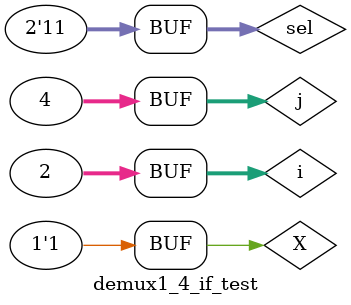
<source format=v>
/*A simple testbench to verify the functionality of our design*/

module demux1_4_if_test;

	// Inputs
	reg X;
	reg [1:0] sel;

	// Outputs
	wire [3:0] Y;
	integer i,j;
	// Instantiate the Unit Under Test (UUT)
	demux1_4_if_top uut (
		.X(X), 
		.sel(sel), 
		.Y(Y)
	);

	initial begin
		// Initialize Inputs
		X = 0;
		sel = 0;
		
		for(i=0;i<2;i=i+1)
		begin
		X=i;
			for(j=0;j<4;j=j+1)
			begin
			sel=j;
			#10;
			end
		end
		
		#100;
        
		
	end
      
endmodule


</source>
